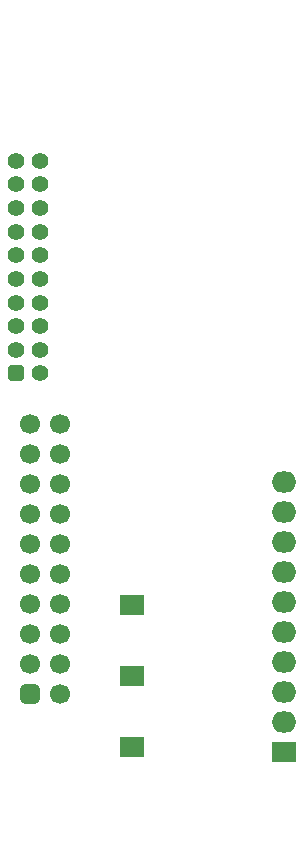
<source format=gbs>
G04*
G04 #@! TF.GenerationSoftware,Altium Limited,Altium Designer,23.3.1 (30)*
G04*
G04 Layer_Color=16711935*
%FSLAX44Y44*%
%MOMM*%
G71*
G04*
G04 #@! TF.SameCoordinates,DEEDA602-8963-42E2-A134-3CDC50A55A7F*
G04*
G04*
G04 #@! TF.FilePolarity,Negative*
G04*
G01*
G75*
%ADD27O,2.1000X1.8000*%
%ADD28R,2.1000X1.8000*%
%ADD29C,1.7000*%
%ADD30C,0.1000*%
%ADD31C,1.4000*%
G04:AMPARAMS|DCode=32|XSize=1.4mm|YSize=1.4mm|CornerRadius=0.375mm|HoleSize=0mm|Usage=FLASHONLY|Rotation=90.000|XOffset=0mm|YOffset=0mm|HoleType=Round|Shape=RoundedRectangle|*
%AMROUNDEDRECTD32*
21,1,1.4000,0.6500,0,0,90.0*
21,1,0.6500,1.4000,0,0,90.0*
1,1,0.7500,0.3250,0.3250*
1,1,0.7500,0.3250,-0.3250*
1,1,0.7500,-0.3250,-0.3250*
1,1,0.7500,-0.3250,0.3250*
%
%ADD32ROUNDEDRECTD32*%
G04:AMPARAMS|DCode=33|XSize=1.7mm|YSize=1.7mm|CornerRadius=0.45mm|HoleSize=0mm|Usage=FLASHONLY|Rotation=90.000|XOffset=0mm|YOffset=0mm|HoleType=Round|Shape=RoundedRectangle|*
%AMROUNDEDRECTD33*
21,1,1.7000,0.8000,0,0,90.0*
21,1,0.8000,1.7000,0,0,90.0*
1,1,0.9000,0.4000,0.4000*
1,1,0.9000,0.4000,-0.4000*
1,1,0.9000,-0.4000,-0.4000*
1,1,0.9000,-0.4000,0.4000*
%
%ADD33ROUNDEDRECTD33*%
D27*
X264750Y213100D02*
D03*
Y187700D02*
D03*
Y136900D02*
D03*
Y162300D02*
D03*
Y238500D02*
D03*
Y263900D02*
D03*
Y289300D02*
D03*
Y314700D02*
D03*
Y340100D02*
D03*
D28*
Y111500D02*
D03*
X135750Y175750D02*
D03*
Y235750D02*
D03*
Y115750D02*
D03*
D29*
X49000Y388600D02*
D03*
X74400Y160000D02*
D03*
X49000Y185400D02*
D03*
X74400D02*
D03*
X49000Y210800D02*
D03*
X74400D02*
D03*
X49000Y236200D02*
D03*
X74400D02*
D03*
X49000Y261600D02*
D03*
X74400D02*
D03*
X49000Y287000D02*
D03*
X74400D02*
D03*
X49000Y312400D02*
D03*
X74400D02*
D03*
X49000Y337800D02*
D03*
X74400D02*
D03*
X49000Y363200D02*
D03*
X74400D02*
D03*
Y388600D02*
D03*
D30*
X260000Y40000D02*
D03*
X47500Y730000D02*
D03*
Y40000D02*
D03*
X260000Y730000D02*
D03*
D31*
X57800Y611650D02*
D03*
X37800D02*
D03*
X57800Y591650D02*
D03*
X37800D02*
D03*
X57800Y571650D02*
D03*
X37800D02*
D03*
X57800Y551650D02*
D03*
X37800D02*
D03*
X57800Y531650D02*
D03*
X37800D02*
D03*
X57800Y511650D02*
D03*
X37800D02*
D03*
X57800Y491650D02*
D03*
X37800D02*
D03*
X57800Y471650D02*
D03*
X37800D02*
D03*
X57800Y451650D02*
D03*
X37800D02*
D03*
X57800Y431650D02*
D03*
D32*
X37800D02*
D03*
D33*
X49000Y160000D02*
D03*
M02*

</source>
